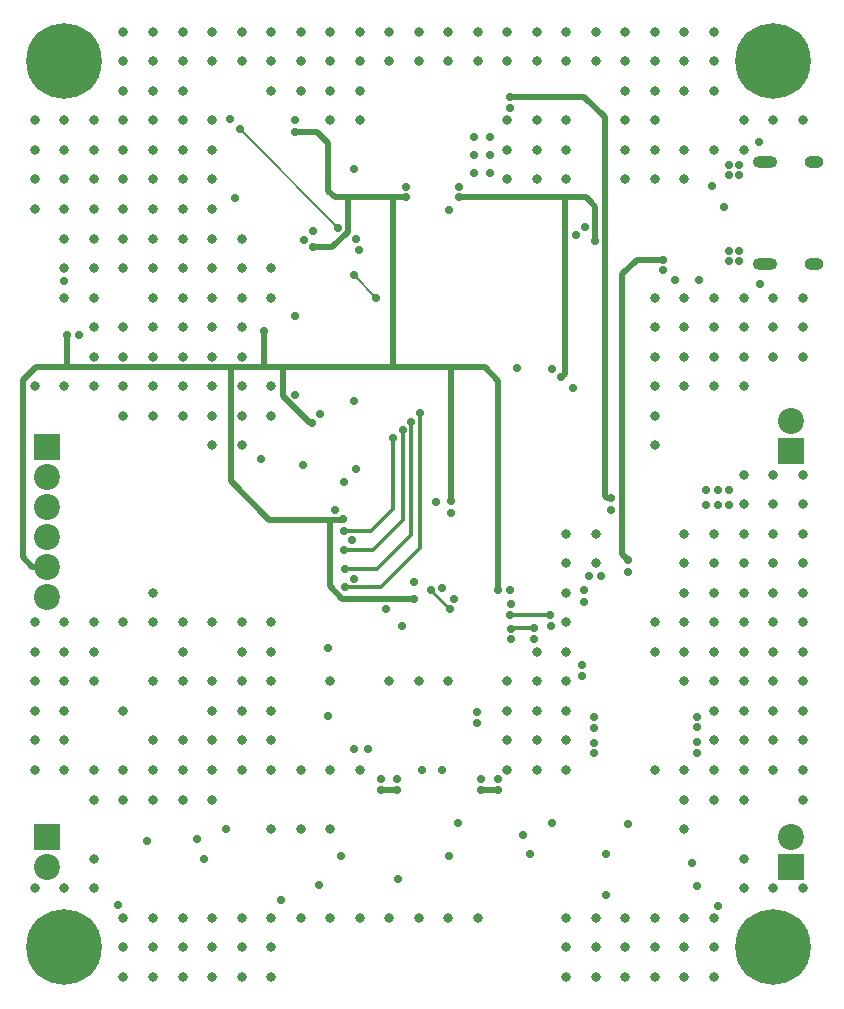
<source format=gbr>
%TF.GenerationSoftware,KiCad,Pcbnew,7.0.6-0*%
%TF.CreationDate,2024-09-28T22:57:35-04:00*%
%TF.ProjectId,GuitarFX,47756974-6172-4465-982e-6b696361645f,rev?*%
%TF.SameCoordinates,Original*%
%TF.FileFunction,Copper,L4,Bot*%
%TF.FilePolarity,Positive*%
%FSLAX46Y46*%
G04 Gerber Fmt 4.6, Leading zero omitted, Abs format (unit mm)*
G04 Created by KiCad (PCBNEW 7.0.6-0) date 2024-09-28 22:57:35*
%MOMM*%
%LPD*%
G01*
G04 APERTURE LIST*
%TA.AperFunction,ComponentPad*%
%ADD10C,0.800000*%
%TD*%
%TA.AperFunction,ComponentPad*%
%ADD11C,6.400000*%
%TD*%
%TA.AperFunction,ComponentPad*%
%ADD12R,2.200000X2.200000*%
%TD*%
%TA.AperFunction,ComponentPad*%
%ADD13C,2.200000*%
%TD*%
%TA.AperFunction,ComponentPad*%
%ADD14O,2.100000X1.000000*%
%TD*%
%TA.AperFunction,ComponentPad*%
%ADD15O,1.600000X1.000000*%
%TD*%
%TA.AperFunction,ViaPad*%
%ADD16C,0.700000*%
%TD*%
%TA.AperFunction,ViaPad*%
%ADD17C,0.800000*%
%TD*%
%TA.AperFunction,Conductor*%
%ADD18C,0.500000*%
%TD*%
%TA.AperFunction,Conductor*%
%ADD19C,0.200000*%
%TD*%
%TA.AperFunction,Conductor*%
%ADD20C,0.300000*%
%TD*%
%TA.AperFunction,Conductor*%
%ADD21C,0.293370*%
%TD*%
G04 APERTURE END LIST*
D10*
%TO.P,H102,1,1*%
%TO.N,GND*%
X172600000Y-63500000D03*
X173302944Y-61802944D03*
X173302944Y-65197056D03*
X175000000Y-61100000D03*
D11*
X175000000Y-63500000D03*
D10*
X175000000Y-65900000D03*
X176697056Y-61802944D03*
X176697056Y-65197056D03*
X177400000Y-63500000D03*
%TD*%
%TO.P,H103,1,1*%
%TO.N,GND*%
X172600000Y-138500000D03*
X173302944Y-136802944D03*
X173302944Y-140197056D03*
X175000000Y-136100000D03*
D11*
X175000000Y-138500000D03*
D10*
X175000000Y-140900000D03*
X176697056Y-136802944D03*
X176697056Y-140197056D03*
X177400000Y-138500000D03*
%TD*%
D12*
%TO.P,J402,1,Pin_1*%
%TO.N,/Codec/AUDIO_VOUT*%
X113500000Y-129160000D03*
D13*
%TO.P,J402,2,Pin_2*%
%TO.N,GND*%
X113500000Y-131700000D03*
%TD*%
D12*
%TO.P,J303,1,Pin_1*%
%TO.N,/MCU/ADC3_INP1*%
X113500000Y-96120000D03*
D13*
%TO.P,J303,2,Pin_2*%
%TO.N,/MCU/ADC3_INP0*%
X113500000Y-98660000D03*
%TO.P,J303,3,Pin_3*%
%TO.N,/MCU/ADC3_INP11*%
X113500000Y-101200000D03*
%TO.P,J303,4,Pin_4*%
%TO.N,/MCU/ADC3_INP10*%
X113500000Y-103740000D03*
%TO.P,J303,5,Pin_5*%
%TO.N,+3.3V*%
X113500000Y-106280000D03*
%TO.P,J303,6,Pin_6*%
%TO.N,GND*%
X113500000Y-108820000D03*
%TD*%
D10*
%TO.P,H104,1,1*%
%TO.N,GND*%
X112600000Y-138500000D03*
X113302944Y-136802944D03*
X113302944Y-140197056D03*
X115000000Y-136100000D03*
D11*
X115000000Y-138500000D03*
D10*
X115000000Y-140900000D03*
X116697056Y-136802944D03*
X116697056Y-140197056D03*
X117400000Y-138500000D03*
%TD*%
D12*
%TO.P,J202,1,Pin_1*%
%TO.N,GND*%
X176500000Y-96450000D03*
D13*
%TO.P,J202,2,Pin_2*%
%TO.N,VCC*%
X176500000Y-93910000D03*
%TD*%
D10*
%TO.P,H101,1,1*%
%TO.N,GND*%
X112600000Y-63500000D03*
X113302944Y-61802944D03*
X113302944Y-65197056D03*
X115000000Y-61100000D03*
D11*
X115000000Y-63500000D03*
D10*
X115000000Y-65900000D03*
X116697056Y-61802944D03*
X116697056Y-65197056D03*
X117400000Y-63500000D03*
%TD*%
D12*
%TO.P,J401,1,Pin_1*%
%TO.N,GND*%
X176500000Y-131680000D03*
D13*
%TO.P,J401,2,Pin_2*%
%TO.N,/Codec/AUDIO_VIN*%
X176500000Y-129140000D03*
%TD*%
D14*
%TO.P,J301,S1,SHIELD*%
%TO.N,N/C*%
X174320000Y-80670000D03*
D15*
X178500000Y-80670000D03*
D14*
X174320000Y-72030000D03*
D15*
X178500000Y-72030000D03*
%TD*%
D16*
%TO.N,+5VA*%
X143199500Y-125200000D03*
X151750000Y-125200000D03*
X141800500Y-125200000D03*
X150300500Y-125200000D03*
D17*
%TO.N,GND*%
X162500000Y-73500000D03*
D16*
X152750000Y-67450000D03*
D17*
X170000000Y-71000000D03*
X172500000Y-131000000D03*
D16*
X172100000Y-80400000D03*
D17*
X135000000Y-136000000D03*
X162500000Y-136000000D03*
X125000000Y-73500000D03*
D16*
X143900000Y-74100000D03*
D17*
X160000000Y-103500000D03*
X167500000Y-88500000D03*
X165000000Y-91000000D03*
X170000000Y-123500000D03*
D16*
X139550000Y-107300000D03*
D17*
X157500000Y-121000000D03*
X112500000Y-121000000D03*
X167500000Y-61000000D03*
X132500000Y-128500000D03*
X177500000Y-113500000D03*
X117500000Y-113500000D03*
X152500000Y-68500000D03*
X155000000Y-118500000D03*
X170000000Y-103500000D03*
D16*
X139350000Y-104050000D03*
D17*
X155000000Y-63500000D03*
X140000000Y-68500000D03*
X117500000Y-86000000D03*
X112500000Y-118500000D03*
X120000000Y-71000000D03*
X152500000Y-116000000D03*
X172500000Y-68500000D03*
D16*
X137300000Y-113200000D03*
D17*
X177500000Y-123500000D03*
X165000000Y-63500000D03*
X125000000Y-123500000D03*
X125000000Y-136000000D03*
X122500000Y-83500000D03*
X157500000Y-118500000D03*
X172500000Y-83500000D03*
X120000000Y-93500000D03*
X177500000Y-111000000D03*
X122500000Y-141000000D03*
D16*
X143200000Y-124300000D03*
D17*
X125000000Y-113500000D03*
D16*
X147550000Y-130750000D03*
D17*
X165000000Y-141000000D03*
X122500000Y-138500000D03*
X127500000Y-81000000D03*
X115000000Y-113500000D03*
X132500000Y-81000000D03*
X117500000Y-123500000D03*
X152500000Y-71000000D03*
D16*
X173900000Y-82350000D03*
D17*
X172500000Y-101000000D03*
X172500000Y-88500000D03*
X125000000Y-111000000D03*
X152500000Y-61000000D03*
X170000000Y-108500000D03*
D16*
X159800000Y-119050000D03*
D17*
X145000000Y-61000000D03*
X167500000Y-123500000D03*
X170000000Y-83500000D03*
D16*
X159100000Y-77500000D03*
D17*
X132500000Y-138500000D03*
X122500000Y-126000000D03*
D16*
X162700000Y-106750000D03*
D17*
X175000000Y-98500000D03*
X157500000Y-68500000D03*
X120000000Y-136000000D03*
D16*
X160815500Y-134100000D03*
X133350000Y-134500000D03*
D17*
X172500000Y-116000000D03*
X122500000Y-71000000D03*
D16*
X165650000Y-81200000D03*
D17*
X132500000Y-123500000D03*
D16*
X172100000Y-72300000D03*
D17*
X167500000Y-91000000D03*
D16*
X159800000Y-122100000D03*
D17*
X172500000Y-133500000D03*
D16*
X169300000Y-99800000D03*
X148300000Y-127950000D03*
D17*
X167500000Y-126000000D03*
X162500000Y-63500000D03*
D16*
X149700000Y-71400000D03*
X156168989Y-111296853D03*
D17*
X120000000Y-73500000D03*
X175000000Y-113500000D03*
X157500000Y-138500000D03*
X120000000Y-118500000D03*
X122500000Y-123500000D03*
X112500000Y-91000000D03*
D16*
X146950000Y-123500000D03*
X168550000Y-119000000D03*
D17*
X167500000Y-141000000D03*
X137500000Y-63500000D03*
X125000000Y-61000000D03*
X137500000Y-136000000D03*
D16*
X171300000Y-73100000D03*
D17*
X125000000Y-63500000D03*
X115000000Y-118500000D03*
X150000000Y-63500000D03*
X162500000Y-66000000D03*
X152500000Y-121000000D03*
X167500000Y-71000000D03*
X177500000Y-88500000D03*
X172500000Y-123500000D03*
D16*
X170850000Y-75850000D03*
D17*
X157500000Y-123500000D03*
D16*
X144561902Y-107603815D03*
D17*
X165000000Y-71000000D03*
X137500000Y-61000000D03*
X177500000Y-121000000D03*
X170000000Y-111000000D03*
X177500000Y-126000000D03*
X127500000Y-121000000D03*
X130000000Y-138500000D03*
D16*
X142200000Y-109900000D03*
D17*
X177500000Y-133500000D03*
X175000000Y-83500000D03*
X142500000Y-136000000D03*
X117500000Y-78500000D03*
X155000000Y-68500000D03*
X130000000Y-113500000D03*
D16*
X139700000Y-98050000D03*
D17*
X165000000Y-61000000D03*
X172500000Y-71000000D03*
X165000000Y-136000000D03*
X172500000Y-121000000D03*
X120000000Y-76000000D03*
D16*
X139500000Y-121700000D03*
X152750000Y-108300000D03*
D17*
X165000000Y-86000000D03*
D16*
X148450000Y-74100000D03*
D17*
X167500000Y-136000000D03*
X177500000Y-83500000D03*
X125000000Y-81000000D03*
X155000000Y-73500000D03*
X132500000Y-113500000D03*
X147500000Y-63500000D03*
X167500000Y-113500000D03*
D16*
X152803815Y-109450000D03*
D17*
X130000000Y-61000000D03*
X130000000Y-81000000D03*
X130000000Y-63500000D03*
X127500000Y-136000000D03*
D16*
X116250000Y-86700000D03*
X170300000Y-135000000D03*
D17*
X175000000Y-133500000D03*
X170000000Y-121000000D03*
X115000000Y-83500000D03*
X167500000Y-86000000D03*
X162500000Y-61000000D03*
X155000000Y-71000000D03*
D16*
X150300000Y-124250000D03*
X151000000Y-72950000D03*
X159400000Y-107100000D03*
D17*
X120000000Y-88500000D03*
X120000000Y-81000000D03*
X112500000Y-76000000D03*
X177500000Y-103500000D03*
D16*
X171300000Y-79600000D03*
X139650000Y-78550000D03*
D17*
X127500000Y-93500000D03*
X127500000Y-76000000D03*
X135000000Y-128500000D03*
X137500000Y-68500000D03*
X135000000Y-63500000D03*
X160000000Y-63500000D03*
D16*
X158800000Y-115550000D03*
D17*
X120000000Y-91000000D03*
D16*
X136560000Y-133200000D03*
D17*
X162500000Y-68500000D03*
X132500000Y-61000000D03*
X135000000Y-123500000D03*
X125000000Y-66000000D03*
X157500000Y-111000000D03*
D16*
X168100000Y-131350000D03*
D17*
X167500000Y-66000000D03*
X130000000Y-111000000D03*
X130000000Y-93500000D03*
D16*
X147750000Y-101700000D03*
X149950000Y-119550000D03*
D17*
X157500000Y-73500000D03*
D16*
X168550000Y-121150000D03*
D17*
X117500000Y-76000000D03*
X157500000Y-136000000D03*
X157500000Y-141000000D03*
X132500000Y-111000000D03*
X167500000Y-103500000D03*
X165000000Y-73500000D03*
X140000000Y-66000000D03*
X127500000Y-118500000D03*
D16*
X149700000Y-72950000D03*
D17*
X160000000Y-136000000D03*
X167500000Y-116000000D03*
X125000000Y-88500000D03*
D16*
X134500000Y-85050000D03*
X169300000Y-101050000D03*
X139500000Y-92300000D03*
D17*
X130000000Y-88500000D03*
D16*
X145300000Y-123500000D03*
D17*
X172500000Y-111000000D03*
X167500000Y-63500000D03*
X175000000Y-118500000D03*
X157500000Y-103500000D03*
X115000000Y-76000000D03*
X120000000Y-63500000D03*
X177500000Y-118500000D03*
X117500000Y-73500000D03*
X127500000Y-91000000D03*
X135000000Y-66000000D03*
X177500000Y-86000000D03*
X172500000Y-91000000D03*
X140000000Y-61000000D03*
X170000000Y-116000000D03*
D16*
X149950000Y-118600000D03*
D17*
X117500000Y-83500000D03*
X157500000Y-113500000D03*
D16*
X170300000Y-99800000D03*
D17*
X175000000Y-106000000D03*
X130000000Y-83500000D03*
D16*
X126850000Y-131000000D03*
D17*
X132500000Y-91000000D03*
X162500000Y-138500000D03*
X157500000Y-61000000D03*
D16*
X166700000Y-82000000D03*
D17*
X170000000Y-66000000D03*
X170000000Y-88500000D03*
D16*
X138400000Y-130800000D03*
D17*
X130000000Y-121000000D03*
X152500000Y-123500000D03*
X125000000Y-68500000D03*
X142500000Y-61000000D03*
X115000000Y-78500000D03*
D16*
X171300000Y-72300000D03*
X159800000Y-119950000D03*
D17*
X147500000Y-116000000D03*
X120000000Y-126000000D03*
D16*
X136060000Y-77826444D03*
D17*
X175000000Y-108500000D03*
X122500000Y-68500000D03*
X165000000Y-123500000D03*
X130000000Y-141000000D03*
X167500000Y-108500000D03*
X115000000Y-81000000D03*
X125000000Y-121000000D03*
X132500000Y-141000000D03*
X112500000Y-123500000D03*
X167500000Y-138500000D03*
X127500000Y-78500000D03*
X177500000Y-106000000D03*
X162500000Y-71000000D03*
D16*
X134550000Y-91750000D03*
X139550000Y-72650000D03*
D17*
X120000000Y-86000000D03*
X117500000Y-81000000D03*
X115000000Y-111000000D03*
X177500000Y-108500000D03*
X170000000Y-61000000D03*
X115000000Y-116000000D03*
X125000000Y-138500000D03*
D16*
X152800000Y-112450000D03*
D17*
X160000000Y-61000000D03*
D16*
X136650000Y-93400000D03*
D17*
X140000000Y-63500000D03*
D16*
X171300000Y-101050000D03*
X168550000Y-122050000D03*
X140700000Y-121700000D03*
D17*
X127500000Y-83500000D03*
X160000000Y-106000000D03*
X127500000Y-88500000D03*
X122500000Y-81000000D03*
X132500000Y-83500000D03*
D16*
X143250000Y-132700000D03*
D17*
X170000000Y-141000000D03*
X127500000Y-141000000D03*
X130000000Y-123500000D03*
X117500000Y-91000000D03*
X125000000Y-86000000D03*
D16*
X162700000Y-128035000D03*
X169808550Y-74050500D03*
D17*
X132500000Y-118500000D03*
X127500000Y-138500000D03*
D16*
X168550000Y-119900000D03*
D17*
X120000000Y-66000000D03*
X137500000Y-116000000D03*
X175000000Y-121000000D03*
X147500000Y-136000000D03*
D16*
X168700000Y-82000000D03*
D17*
X132500000Y-136000000D03*
X115000000Y-123500000D03*
X157500000Y-71000000D03*
X175000000Y-103500000D03*
D16*
X170300000Y-101050000D03*
D17*
X150000000Y-136000000D03*
X137500000Y-128500000D03*
X165000000Y-113500000D03*
D16*
X137300000Y-118900000D03*
D17*
X112500000Y-111000000D03*
X170000000Y-126000000D03*
X125000000Y-71000000D03*
X170000000Y-136000000D03*
X172500000Y-126000000D03*
D16*
X168600000Y-133300000D03*
D17*
X127500000Y-86000000D03*
D16*
X119500000Y-134950000D03*
D17*
X155000000Y-121000000D03*
D16*
X135239447Y-97652634D03*
D17*
X167500000Y-73500000D03*
D16*
X114980000Y-82130000D03*
D17*
X130000000Y-96000000D03*
X172500000Y-86000000D03*
X117500000Y-116000000D03*
X125000000Y-91000000D03*
X170000000Y-91000000D03*
X160000000Y-138500000D03*
X170000000Y-138500000D03*
X112500000Y-133500000D03*
D16*
X154750000Y-112450000D03*
X135300000Y-78600000D03*
D17*
X157500000Y-116000000D03*
X175000000Y-68500000D03*
X165000000Y-93500000D03*
X115000000Y-68500000D03*
X137500000Y-123500000D03*
X170000000Y-63500000D03*
D16*
X153798034Y-128979291D03*
D17*
X117500000Y-133500000D03*
X120000000Y-123500000D03*
D16*
X159800000Y-121200000D03*
X173850000Y-70350000D03*
D17*
X175000000Y-123500000D03*
D16*
X147600000Y-76100000D03*
D17*
X125000000Y-126000000D03*
X122500000Y-121000000D03*
D16*
X143600000Y-111300000D03*
D17*
X165000000Y-83500000D03*
X152500000Y-73500000D03*
X112500000Y-116000000D03*
X157500000Y-63500000D03*
X172500000Y-113500000D03*
X162500000Y-141000000D03*
X167500000Y-111000000D03*
X115000000Y-121000000D03*
X177500000Y-98500000D03*
X122500000Y-136000000D03*
X115000000Y-91000000D03*
D16*
X128650000Y-128500000D03*
D17*
X127500000Y-96000000D03*
X140000000Y-123500000D03*
X122500000Y-108500000D03*
X122500000Y-76000000D03*
X122500000Y-86000000D03*
X120000000Y-78500000D03*
X112500000Y-68500000D03*
D16*
X172100000Y-73100000D03*
D17*
X127500000Y-68500000D03*
X165000000Y-96000000D03*
X175000000Y-88500000D03*
X120000000Y-68500000D03*
X127500000Y-111000000D03*
X135000000Y-61000000D03*
X137500000Y-66000000D03*
D16*
X151000000Y-71400000D03*
D17*
X117500000Y-71000000D03*
D16*
X151000000Y-69900000D03*
D17*
X117500000Y-131000000D03*
D16*
X154401490Y-130653028D03*
D17*
X127500000Y-73500000D03*
D16*
X158050000Y-91150000D03*
X156250000Y-128000000D03*
X159000000Y-109300000D03*
D17*
X175000000Y-111000000D03*
X142500000Y-63500000D03*
D16*
X139950000Y-79500000D03*
D17*
X125000000Y-116000000D03*
X117500000Y-126000000D03*
X145000000Y-116000000D03*
X170000000Y-86000000D03*
X152500000Y-118500000D03*
D16*
X141800000Y-124300000D03*
D17*
X117500000Y-111000000D03*
X175000000Y-101000000D03*
D16*
X137950000Y-101500500D03*
D17*
X120000000Y-61000000D03*
D16*
X161300000Y-101450000D03*
D17*
X147500000Y-61000000D03*
X127500000Y-63500000D03*
X127500000Y-123500000D03*
X165000000Y-88500000D03*
X132500000Y-116000000D03*
X130000000Y-78500000D03*
X127500000Y-116000000D03*
X165000000Y-111000000D03*
X155000000Y-61000000D03*
D16*
X158300000Y-78200000D03*
D17*
X115000000Y-73500000D03*
X117500000Y-68500000D03*
X160000000Y-141000000D03*
X155000000Y-113500000D03*
D16*
X146450000Y-100850000D03*
D17*
X120000000Y-141000000D03*
D16*
X151750000Y-124250000D03*
D17*
X132500000Y-93500000D03*
X140000000Y-136000000D03*
X157500000Y-106000000D03*
X122500000Y-78500000D03*
X130000000Y-86000000D03*
D16*
X134550000Y-68500000D03*
D17*
X127500000Y-126000000D03*
X167500000Y-106000000D03*
X165000000Y-138500000D03*
X177500000Y-101000000D03*
X152500000Y-63500000D03*
D16*
X129000000Y-68400000D03*
D17*
X127500000Y-61000000D03*
D16*
X149700000Y-69900000D03*
D17*
X132500000Y-66000000D03*
X120000000Y-111000000D03*
X125000000Y-141000000D03*
D16*
X172100000Y-79600000D03*
D17*
X125000000Y-78500000D03*
X122500000Y-88500000D03*
D16*
X171300000Y-80400000D03*
D17*
X122500000Y-91000000D03*
X112500000Y-71000000D03*
D16*
X153350000Y-89450000D03*
D17*
X115000000Y-133500000D03*
X177500000Y-116000000D03*
X122500000Y-73500000D03*
X130000000Y-91000000D03*
X165000000Y-66000000D03*
X177500000Y-68500000D03*
X132500000Y-121000000D03*
D16*
X159000000Y-108300000D03*
D17*
X127500000Y-71000000D03*
D16*
X147978486Y-109014319D03*
D17*
X122500000Y-63500000D03*
X172500000Y-118500000D03*
X155000000Y-123500000D03*
X145000000Y-136000000D03*
X125000000Y-83500000D03*
D16*
X129450000Y-75100000D03*
D17*
X122500000Y-61000000D03*
X165000000Y-68500000D03*
X112500000Y-113500000D03*
X170000000Y-118500000D03*
X150000000Y-61000000D03*
X122500000Y-66000000D03*
X132500000Y-63500000D03*
X175000000Y-86000000D03*
D16*
X146956241Y-108066747D03*
D17*
X172500000Y-103500000D03*
X155000000Y-116000000D03*
X172500000Y-106000000D03*
D16*
X156300000Y-89550000D03*
D17*
X157500000Y-108500000D03*
X175000000Y-116000000D03*
D16*
X160850000Y-130585000D03*
D17*
X130000000Y-118500000D03*
X115000000Y-71000000D03*
X130000000Y-136000000D03*
X167500000Y-128500000D03*
X125000000Y-76000000D03*
X117500000Y-88500000D03*
D16*
X122000000Y-129490000D03*
D17*
X170000000Y-106000000D03*
X122500000Y-111000000D03*
X122500000Y-93500000D03*
X122500000Y-116000000D03*
X145000000Y-63500000D03*
X172500000Y-108500000D03*
X172500000Y-98500000D03*
D16*
X171300000Y-99800000D03*
D17*
X112500000Y-73500000D03*
X142500000Y-116000000D03*
X125000000Y-93500000D03*
D16*
X126222196Y-129303180D03*
X131639447Y-97152634D03*
D17*
X170000000Y-113500000D03*
X130000000Y-116000000D03*
X167500000Y-83500000D03*
X120000000Y-138500000D03*
D16*
X158800000Y-114600000D03*
X160400000Y-107100000D03*
X138650000Y-99100000D03*
%TO.N,/Power/VCC_FILT*%
X152750000Y-66500000D03*
X161300000Y-100500000D03*
%TO.N,+3.3V*%
X135995803Y-94154196D03*
X157050000Y-90250000D03*
X115200000Y-86700000D03*
X143900000Y-75000000D03*
X147754258Y-100758224D03*
X144600000Y-108996185D03*
X136013994Y-79224241D03*
X134550000Y-69450000D03*
X148450000Y-75000000D03*
X131862500Y-86362500D03*
X159950500Y-78700000D03*
X151750000Y-108300000D03*
X138600000Y-102250000D03*
%TO.N,VUSB_FILT*%
X162750000Y-105750000D03*
X165650000Y-80300000D03*
%TO.N,/MCU/MCU_NRST*%
X139500000Y-81600000D03*
X141405971Y-83528532D03*
%TO.N,/MCU/NRST*%
X138183452Y-77593438D03*
X129850000Y-69250000D03*
%TO.N,I2C1_SCL*%
X152800000Y-111550000D03*
X154750000Y-111500000D03*
%TO.N,I2C1_SDA*%
X152700000Y-110400000D03*
X156100000Y-110400000D03*
%TO.N,/Codec/CODEC_LRCK1*%
X147650000Y-109900000D03*
X146000000Y-108300000D03*
%TO.N,/MCU/ADC3_INP10*%
X145100000Y-93300000D03*
X138750000Y-108000000D03*
%TO.N,/MCU/ADC3_INP11*%
X138750000Y-106450000D03*
X144350000Y-94000000D03*
%TO.N,/MCU/ADC3_INP0*%
X143650000Y-94700000D03*
X138700000Y-104900000D03*
%TO.N,/MCU/ADC3_INP1*%
X142800000Y-95350000D03*
X138650000Y-103250000D03*
%TD*%
D18*
%TO.N,+5VA*%
X151750000Y-125200000D02*
X150300500Y-125200000D01*
X143199500Y-125200000D02*
X141800500Y-125200000D01*
%TO.N,/Power/VCC_FILT*%
X161300000Y-100500000D02*
X160950000Y-100500000D01*
X160750000Y-68250000D02*
X159000000Y-66500000D01*
X160950000Y-100500000D02*
X160750000Y-100300000D01*
X159000000Y-66500000D02*
X152750000Y-66500000D01*
X160750000Y-100300000D02*
X160750000Y-68250000D01*
%TO.N,+3.3V*%
X137450000Y-102300000D02*
X132350000Y-102300000D01*
X142850000Y-89350000D02*
X142900000Y-89400000D01*
X138550000Y-102300000D02*
X137450000Y-102300000D01*
X133500000Y-91831371D02*
X133500000Y-89400000D01*
X142850000Y-89350000D02*
X142850000Y-75000000D01*
X132350000Y-102300000D02*
X129100000Y-99050000D01*
X147750000Y-89400000D02*
X150600000Y-89400000D01*
X112600000Y-89400000D02*
X111500000Y-90500000D01*
X135822825Y-94154196D02*
X133500000Y-91831371D01*
X137684020Y-79224241D02*
X136013994Y-79224241D01*
X138983452Y-77924809D02*
X137684020Y-79224241D01*
X159150000Y-75000000D02*
X159600000Y-75450000D01*
X129100000Y-89400000D02*
X115200000Y-89400000D01*
X136400000Y-69450000D02*
X134550000Y-69450000D01*
X137450000Y-107950000D02*
X138496185Y-108996185D01*
X129100000Y-99050000D02*
X129100000Y-89400000D01*
X137450000Y-102300000D02*
X137450000Y-107950000D01*
X142900000Y-89400000D02*
X147750000Y-89400000D01*
X148450000Y-75000000D02*
X156300000Y-75000000D01*
X115200000Y-89400000D02*
X115200000Y-88800000D01*
X143431371Y-109000000D02*
X143435186Y-108996185D01*
X111500000Y-105500000D02*
X112280000Y-106280000D01*
X115200000Y-89400000D02*
X112600000Y-89400000D01*
X143900000Y-75000000D02*
X142850000Y-75000000D01*
X151750000Y-90550000D02*
X151750000Y-108300000D01*
X157350000Y-89950000D02*
X157050000Y-90250000D01*
X142796185Y-108996185D02*
X142800000Y-109000000D01*
X138600000Y-102250000D02*
X138550000Y-102300000D01*
X133500000Y-89400000D02*
X131900000Y-89400000D01*
X115200000Y-86700000D02*
X115200000Y-88800000D01*
X112280000Y-106280000D02*
X113500000Y-106280000D01*
X131862500Y-89362500D02*
X131900000Y-89400000D01*
X150600000Y-89400000D02*
X151750000Y-90550000D01*
X131862500Y-86362500D02*
X131862500Y-89362500D01*
X138983452Y-75000000D02*
X137900000Y-75000000D01*
X142800000Y-89400000D02*
X142850000Y-89350000D01*
X111500000Y-90500000D02*
X111500000Y-105500000D01*
X131900000Y-89400000D02*
X129100000Y-89400000D01*
X147754258Y-89404258D02*
X147750000Y-89400000D01*
X137350000Y-74450000D02*
X137350000Y-70400000D01*
X159950500Y-75800500D02*
X159950500Y-78700000D01*
X137350000Y-70400000D02*
X136400000Y-69450000D01*
X133500000Y-89400000D02*
X142800000Y-89400000D01*
X159600000Y-75450000D02*
X159950500Y-75800500D01*
X142850000Y-75000000D02*
X138983452Y-75000000D01*
X138496185Y-108996185D02*
X142796185Y-108996185D01*
X156300000Y-75000000D02*
X157350000Y-75000000D01*
X157350000Y-75000000D02*
X159150000Y-75000000D01*
X143435186Y-108996185D02*
X144600000Y-108996185D01*
X137900000Y-75000000D02*
X137350000Y-74450000D01*
X142800000Y-109000000D02*
X143431371Y-109000000D01*
X138983452Y-75000000D02*
X138983452Y-77924809D01*
X135995803Y-94154196D02*
X135822825Y-94154196D01*
X147754258Y-100758224D02*
X147754258Y-89404258D01*
X157350000Y-75000000D02*
X157350000Y-89950000D01*
%TO.N,VUSB_FILT*%
X162750000Y-105750000D02*
X162250000Y-105250000D01*
X162250000Y-81500000D02*
X163450000Y-80300000D01*
X162250000Y-105250000D02*
X162250000Y-81500000D01*
X163450000Y-80300000D02*
X165650000Y-80300000D01*
D19*
%TO.N,/MCU/MCU_NRST*%
X141405971Y-83528532D02*
X141405971Y-83505971D01*
X141405971Y-83505971D02*
X139500000Y-81600000D01*
%TO.N,/MCU/NRST*%
X129850000Y-69250000D02*
X129850000Y-69265007D01*
X129850000Y-69265007D02*
X138178431Y-77593438D01*
X138178431Y-77593438D02*
X138183452Y-77593438D01*
D20*
%TO.N,I2C1_SCL*%
X154750000Y-111500000D02*
X152850000Y-111500000D01*
X152850000Y-111500000D02*
X152800000Y-111550000D01*
%TO.N,I2C1_SDA*%
X156100000Y-110400000D02*
X152700000Y-110400000D01*
D21*
%TO.N,/Codec/CODEC_LRCK1*%
X147600000Y-109900000D02*
X147650000Y-109900000D01*
X146000000Y-108300000D02*
X147600000Y-109900000D01*
D20*
%TO.N,/MCU/ADC3_INP10*%
X145100000Y-93300000D02*
X145100000Y-104700000D01*
X145100000Y-104700000D02*
X143800994Y-105999006D01*
X143800994Y-105999006D02*
X141800000Y-108000000D01*
X141800000Y-108000000D02*
X138750000Y-108000000D01*
%TO.N,/MCU/ADC3_INP11*%
X142850497Y-105099503D02*
X141500000Y-106450000D01*
X144350000Y-94000000D02*
X144350000Y-103600000D01*
X141500000Y-106450000D02*
X138750000Y-106450000D01*
X144350000Y-103600000D02*
X142850497Y-105099503D01*
%TO.N,/MCU/ADC3_INP0*%
X141100000Y-104900000D02*
X138700000Y-104900000D01*
X143650000Y-94700000D02*
X143650000Y-102350000D01*
X142000000Y-104000000D02*
X141800000Y-104200000D01*
X141800000Y-104200000D02*
X141100000Y-104900000D01*
X143650000Y-102350000D02*
X142000000Y-104000000D01*
%TO.N,/MCU/ADC3_INP1*%
X140950000Y-103250000D02*
X142800000Y-101400000D01*
X142800000Y-101400000D02*
X142800000Y-95350000D01*
X138650000Y-103250000D02*
X140950000Y-103250000D01*
%TD*%
M02*

</source>
